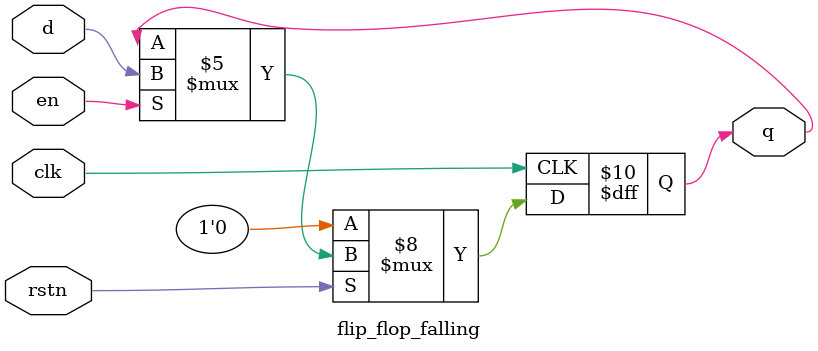
<source format=sv>
module flip_flop (input wire [31:0] d, input wire rstn, clk, en, output reg [31:0] q);
	always @ (posedge clk) begin
	if(!rstn)
		q <= 32'b0;
	else if (en == 1'b1)
		q <= d;
	else 
		q <= q;
	end
endmodule

module flip_flop_pc (input wire [31:0] d, input wire rstn, clk, en, output reg [31:0] q);
	always @ (posedge clk) begin
	if(!rstn)
		q <= 32'h400000;
	else if (en == 1'b1)
		q <= d;
	else 
		q <= q;
	end
endmodule

module flip_flop1 (input wire d, input wire rstn, clk, en, output reg q);
	always @ (posedge clk) begin
	if(!rstn)
		q <= 1'h0;
	else if (en == 1'b1)
		q <= d;
	else 
		q <= q;
	end
endmodule

module flip_flop_falling (input wire d, input wire rstn, clk, en, output reg q);
	always @ (negedge clk) begin
	if(!rstn)
		q <= 1'h0;
	else if (en == 1'b1)
		q <= d;
	else 
		q <= q;
	end
endmodule

</source>
